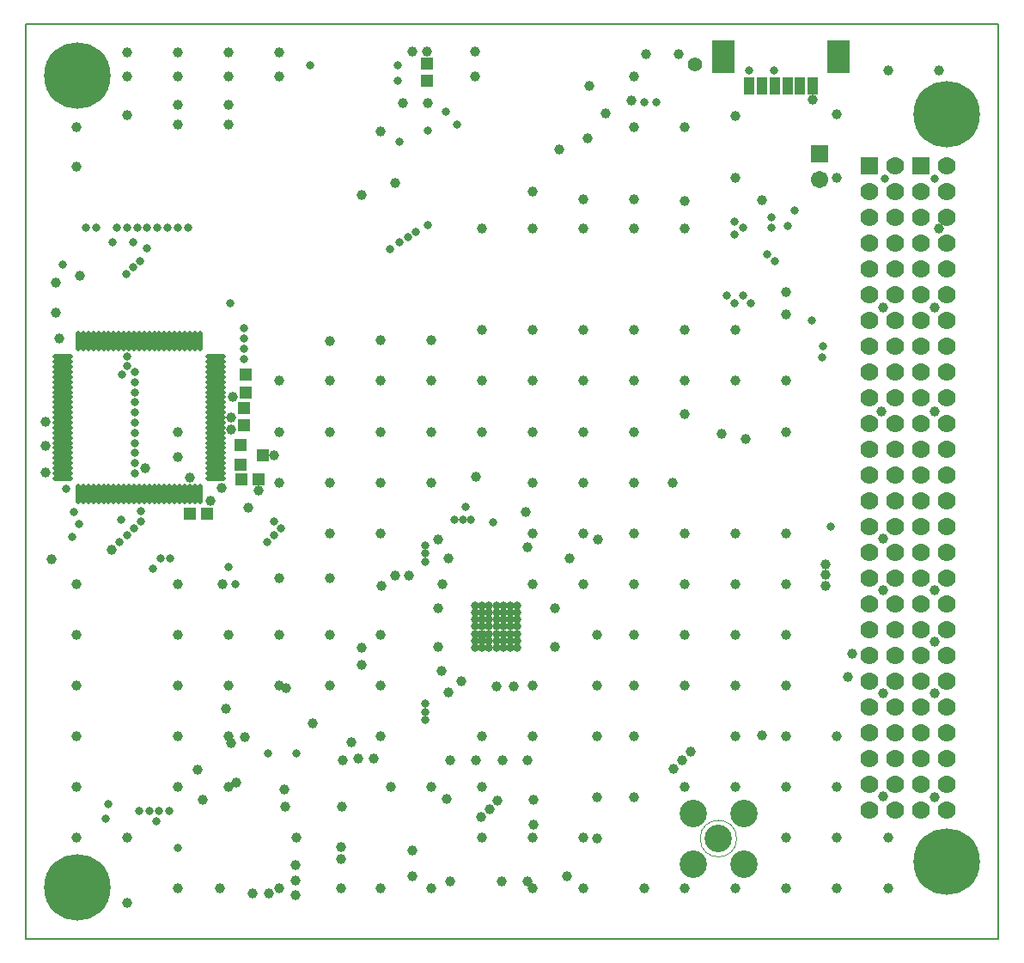
<source format=gbs>
%FSAX24Y24*%
%MOIN*%
G70*
G01*
G75*
G04 Layer_Color=16711935*
%ADD10C,0.0394*%
%ADD11C,0.0276*%
%ADD12R,0.0630X0.0709*%
%ADD13R,0.0433X0.0394*%
%ADD14R,0.0394X0.0433*%
%ADD15R,0.0591X0.1457*%
%ADD16R,0.0866X0.0236*%
%ADD17R,0.0866X0.0236*%
%ADD18R,0.0807X0.0532*%
%ADD19R,0.0532X0.0807*%
%ADD20R,0.0709X0.0630*%
%ADD21R,0.1014X0.0748*%
%ADD22R,0.0453X0.0236*%
%ADD23R,0.0650X0.0118*%
%ADD24R,0.0630X0.0118*%
%ADD25R,0.0591X0.0335*%
%ADD26R,0.0335X0.0591*%
%ADD27C,0.1969*%
%ADD28R,0.0315X0.0118*%
%ADD29C,0.0315*%
%ADD30C,0.0197*%
%ADD31C,0.0236*%
%ADD32C,0.0472*%
%ADD33C,0.0118*%
%ADD34C,0.0157*%
%ADD35C,0.0591*%
%ADD36R,0.1378X0.0565*%
%ADD37R,0.0945X0.1024*%
%ADD38R,0.0823X0.0266*%
%ADD39R,0.0866X0.0108*%
%ADD40R,0.0591X0.0630*%
%ADD41R,0.2520X0.2480*%
%ADD42C,0.0010*%
%ADD43C,0.0080*%
%ADD44R,0.0591X0.0591*%
%ADD45C,0.0591*%
%ADD46C,0.0984*%
%ADD47C,0.0620*%
%ADD48R,0.0620X0.0620*%
%ADD49C,0.2500*%
%ADD50C,0.0236*%
%ADD51C,0.0472*%
%ADD52C,0.0315*%
%ADD53R,0.0315X0.0630*%
%ADD54R,0.0827X0.1181*%
%ADD55O,0.0118X0.0709*%
%ADD56O,0.0709X0.0118*%
%ADD57R,0.0394X0.0374*%
%ADD58R,0.3307X0.3307*%
%ADD59C,0.0098*%
%ADD60C,0.0079*%
%ADD61C,0.0080*%
%ADD62C,0.0100*%
%ADD63R,0.0710X0.0789*%
%ADD64R,0.0513X0.0474*%
%ADD65R,0.0474X0.0513*%
%ADD66R,0.0671X0.1537*%
%ADD67R,0.0946X0.0316*%
%ADD68R,0.0946X0.0316*%
%ADD69R,0.0887X0.0612*%
%ADD70R,0.0612X0.0887*%
%ADD71R,0.0789X0.0710*%
%ADD72R,0.1094X0.0828*%
%ADD73R,0.0533X0.0316*%
%ADD74R,0.0730X0.0198*%
%ADD75R,0.0710X0.0198*%
%ADD76R,0.0671X0.0415*%
%ADD77R,0.0415X0.0671*%
%ADD78C,0.2049*%
%ADD79R,0.0395X0.0198*%
%ADD80R,0.0671X0.0671*%
%ADD81C,0.0671*%
%ADD82C,0.1064*%
%ADD83C,0.0700*%
%ADD84R,0.0700X0.0700*%
%ADD85C,0.2580*%
%ADD86C,0.0316*%
%ADD87C,0.0552*%
%ADD88C,0.0395*%
%ADD89R,0.0395X0.0710*%
%ADD90R,0.0907X0.1261*%
%ADD91O,0.0198X0.0789*%
%ADD92O,0.0789X0.0198*%
%ADD93R,0.0474X0.0454*%
D42*
X067598Y063898D02*
G03*
X067598Y063898I-000709J000000D01*
G01*
X067303D02*
G03*
X067303Y063898I-000413J000000D01*
G01*
X066968D02*
G03*
X066968Y063898I-000079J000000D01*
G01*
D43*
X040000Y060000D02*
X077752D01*
X040000Y095500D02*
X077752D01*
Y060000D02*
Y095500D01*
X040000Y060000D02*
Y095500D01*
D64*
X048386Y077835D02*
D03*
X049055D02*
D03*
X047047Y076496D02*
D03*
X046378D02*
D03*
D65*
X055591Y093976D02*
D03*
Y093307D02*
D03*
X048543Y081890D02*
D03*
Y081220D02*
D03*
X048465Y079921D02*
D03*
Y080591D02*
D03*
D80*
X070827Y090472D02*
D03*
D81*
Y089472D02*
D03*
D82*
X065906Y064882D02*
D03*
X067874D02*
D03*
Y062913D02*
D03*
X065906D02*
D03*
X066890Y063898D02*
D03*
D83*
X075756Y071000D02*
D03*
X074756D02*
D03*
X075756Y072000D02*
D03*
X074756D02*
D03*
X075756Y078000D02*
D03*
X074756D02*
D03*
X075756Y068000D02*
D03*
X074756D02*
D03*
X075756Y069000D02*
D03*
X074756D02*
D03*
X075756Y070000D02*
D03*
X074756D02*
D03*
X075756Y073000D02*
D03*
X074756D02*
D03*
X075756Y074000D02*
D03*
X074756D02*
D03*
X075756Y075000D02*
D03*
X074756D02*
D03*
X075756Y076000D02*
D03*
X074756D02*
D03*
X075756Y077000D02*
D03*
X074756D02*
D03*
Y083000D02*
D03*
Y082000D02*
D03*
Y081000D02*
D03*
Y080000D02*
D03*
Y079000D02*
D03*
X075756Y084000D02*
D03*
Y083000D02*
D03*
Y082000D02*
D03*
Y081000D02*
D03*
Y080000D02*
D03*
Y079000D02*
D03*
Y089000D02*
D03*
X074756D02*
D03*
Y085000D02*
D03*
X075756Y087000D02*
D03*
X074756Y084000D02*
D03*
Y086000D02*
D03*
X075756Y085000D02*
D03*
Y086000D02*
D03*
X074756Y088000D02*
D03*
Y087000D02*
D03*
Y067000D02*
D03*
X075756Y088000D02*
D03*
Y067000D02*
D03*
X074756Y066000D02*
D03*
Y065000D02*
D03*
X075756Y066000D02*
D03*
Y065000D02*
D03*
Y090000D02*
D03*
X072756Y087000D02*
D03*
Y088000D02*
D03*
X073756Y065000D02*
D03*
X072756D02*
D03*
X073756Y066000D02*
D03*
X072756D02*
D03*
X073756Y067000D02*
D03*
X072756D02*
D03*
Y069000D02*
D03*
Y070000D02*
D03*
X073756Y075000D02*
D03*
X072756Y079000D02*
D03*
Y080000D02*
D03*
Y081000D02*
D03*
Y082000D02*
D03*
Y083000D02*
D03*
Y084000D02*
D03*
Y078000D02*
D03*
X073756Y084000D02*
D03*
Y083000D02*
D03*
Y082000D02*
D03*
Y081000D02*
D03*
Y080000D02*
D03*
Y079000D02*
D03*
Y078000D02*
D03*
Y089000D02*
D03*
X072756D02*
D03*
Y085000D02*
D03*
X073756Y087000D02*
D03*
X072756Y086000D02*
D03*
X073756Y085000D02*
D03*
Y086000D02*
D03*
Y088000D02*
D03*
X072756Y077000D02*
D03*
Y076000D02*
D03*
Y075000D02*
D03*
Y074000D02*
D03*
Y073000D02*
D03*
Y072000D02*
D03*
Y071000D02*
D03*
Y068000D02*
D03*
X073756Y077000D02*
D03*
Y076000D02*
D03*
Y074000D02*
D03*
Y073000D02*
D03*
Y072000D02*
D03*
Y071000D02*
D03*
Y070000D02*
D03*
Y069000D02*
D03*
Y068000D02*
D03*
Y090000D02*
D03*
D84*
X074756D02*
D03*
X072756D02*
D03*
D85*
X042008Y062008D02*
D03*
X075748Y092008D02*
D03*
Y062992D02*
D03*
X042008Y093504D02*
D03*
D86*
X075276Y089488D02*
D03*
X073346D02*
D03*
X056654Y076260D02*
D03*
X056968D02*
D03*
X057283D02*
D03*
X055512Y074646D02*
D03*
Y074961D02*
D03*
Y075276D02*
D03*
Y068504D02*
D03*
Y068819D02*
D03*
X068071Y093701D02*
D03*
X069055D02*
D03*
X070512Y084016D02*
D03*
X070945Y082992D02*
D03*
X069094Y086299D02*
D03*
X068780Y086575D02*
D03*
X067520Y087835D02*
D03*
X069843Y088268D02*
D03*
X067520Y087323D02*
D03*
X067835Y087598D02*
D03*
X068937D02*
D03*
Y087992D02*
D03*
X069567Y087677D02*
D03*
X068150Y084685D02*
D03*
X067835Y084961D02*
D03*
X067520Y084685D02*
D03*
X067205Y084961D02*
D03*
X054449Y093307D02*
D03*
X064488Y092480D02*
D03*
X064016D02*
D03*
X071260Y075988D02*
D03*
X056732Y091594D02*
D03*
X043110Y064685D02*
D03*
X043203Y065222D02*
D03*
X049638Y075669D02*
D03*
X049370Y075394D02*
D03*
X049921Y075945D02*
D03*
X049646Y076220D02*
D03*
X056299Y092087D02*
D03*
X044213Y075945D02*
D03*
X044488Y076220D02*
D03*
X043661Y075394D02*
D03*
X043937Y075669D02*
D03*
X043701Y076260D02*
D03*
X055630Y091378D02*
D03*
X054528Y090945D02*
D03*
X048465Y083701D02*
D03*
X041890Y076575D02*
D03*
X041811Y075591D02*
D03*
X042087Y076102D02*
D03*
X041575Y077480D02*
D03*
X044252Y078071D02*
D03*
Y078465D02*
D03*
Y078858D02*
D03*
Y079252D02*
D03*
Y079646D02*
D03*
Y080039D02*
D03*
Y080433D02*
D03*
Y080827D02*
D03*
Y081220D02*
D03*
Y081614D02*
D03*
Y082008D02*
D03*
X045512Y087598D02*
D03*
X045906D02*
D03*
X046299D02*
D03*
X044331D02*
D03*
X044724D02*
D03*
X045118D02*
D03*
X043543D02*
D03*
X042756D02*
D03*
X042362D02*
D03*
X044173Y086063D02*
D03*
X044449Y086299D02*
D03*
X044724Y086811D02*
D03*
X055157Y087441D02*
D03*
X054843Y087244D02*
D03*
X043898Y085787D02*
D03*
X043386Y087047D02*
D03*
X044173D02*
D03*
X055630Y087717D02*
D03*
X054528Y087047D02*
D03*
X045197Y064961D02*
D03*
X045591D02*
D03*
X044409D02*
D03*
X044803D02*
D03*
X045079Y064567D02*
D03*
X054134Y086772D02*
D03*
X054449Y093898D02*
D03*
X051063D02*
D03*
X044488Y076614D02*
D03*
X045906Y063543D02*
D03*
X047953Y084675D02*
D03*
X048465Y083307D02*
D03*
Y082913D02*
D03*
X041457Y086181D02*
D03*
X048465Y082520D02*
D03*
X043740Y081890D02*
D03*
X055512Y069134D02*
D03*
X049409Y067205D02*
D03*
X050512D02*
D03*
X058268Y072126D02*
D03*
Y071299D02*
D03*
X058543D02*
D03*
X058819D02*
D03*
X059094D02*
D03*
X057992D02*
D03*
X057717D02*
D03*
X057441D02*
D03*
X058268Y071575D02*
D03*
X058543D02*
D03*
X058819D02*
D03*
X059094D02*
D03*
X057992D02*
D03*
X057717D02*
D03*
X057441D02*
D03*
X058268Y071850D02*
D03*
X058543D02*
D03*
X058819D02*
D03*
X059094D02*
D03*
X057992D02*
D03*
X057717D02*
D03*
X057441D02*
D03*
X058268Y072677D02*
D03*
X058543D02*
D03*
X058819D02*
D03*
X059094D02*
D03*
X057992D02*
D03*
X057717D02*
D03*
X057441D02*
D03*
X058268Y072402D02*
D03*
X058543D02*
D03*
X058819D02*
D03*
X059094D02*
D03*
X057992D02*
D03*
X057717D02*
D03*
X057441D02*
D03*
Y072126D02*
D03*
X057717D02*
D03*
X057992D02*
D03*
X059094D02*
D03*
X058819D02*
D03*
X058543D02*
D03*
X057441Y072953D02*
D03*
X057717D02*
D03*
X057992D02*
D03*
X059094D02*
D03*
X058819D02*
D03*
X058543D02*
D03*
X058268D02*
D03*
X070906Y082559D02*
D03*
X043937Y082598D02*
D03*
X043937Y082244D02*
D03*
X048150Y073780D02*
D03*
X047874Y074449D02*
D03*
X058150Y076181D02*
D03*
X057087Y076772D02*
D03*
X045630Y074764D02*
D03*
X045236D02*
D03*
X044961Y074370D02*
D03*
X043937Y087598D02*
D03*
D87*
X065984Y093937D02*
D03*
D88*
X046890Y065394D02*
D03*
X050069Y065148D02*
D03*
X050039Y065787D02*
D03*
X052274Y065148D02*
D03*
X052313Y066939D02*
D03*
X052638Y067638D02*
D03*
X052913Y067008D02*
D03*
X053504D02*
D03*
X050472Y062874D02*
D03*
X050472Y062283D02*
D03*
X049449Y061772D02*
D03*
X048819D02*
D03*
X052244Y063583D02*
D03*
Y063110D02*
D03*
X055000Y063437D02*
D03*
Y062437D02*
D03*
X056496Y062244D02*
D03*
X058465D02*
D03*
X061014Y062437D02*
D03*
X059488Y062244D02*
D03*
X048189Y066063D02*
D03*
X046693Y066575D02*
D03*
X047795Y068937D02*
D03*
X048504Y067835D02*
D03*
X062165Y063898D02*
D03*
X055591Y094449D02*
D03*
X055000D02*
D03*
X061890Y093110D02*
D03*
X063524Y092539D02*
D03*
X061811Y091065D02*
D03*
X054331Y089331D02*
D03*
X070551Y092559D02*
D03*
X040787Y080079D02*
D03*
X048032Y081024D02*
D03*
X047992Y080236D02*
D03*
X044646Y078268D02*
D03*
X046378Y077913D02*
D03*
X061102Y074764D02*
D03*
X059488Y075197D02*
D03*
X056417Y074764D02*
D03*
X056024Y075512D02*
D03*
X059409Y076575D02*
D03*
X062205Y075512D02*
D03*
X053819Y073701D02*
D03*
X054331Y074094D02*
D03*
X054882D02*
D03*
X058268Y069803D02*
D03*
X058937D02*
D03*
X056024Y071339D02*
D03*
X060551D02*
D03*
Y072835D02*
D03*
X056024D02*
D03*
X053032Y070630D02*
D03*
Y071299D02*
D03*
X056929Y070000D02*
D03*
X056417Y069567D02*
D03*
X056496Y066929D02*
D03*
X057480D02*
D03*
X058504D02*
D03*
X059488D02*
D03*
X059724Y065394D02*
D03*
X056339Y065433D02*
D03*
X059724Y064449D02*
D03*
X050118Y069724D02*
D03*
X051142Y068386D02*
D03*
X058307Y065354D02*
D03*
X057999Y065046D02*
D03*
X057677Y064724D02*
D03*
X065827Y067283D02*
D03*
X065481Y066937D02*
D03*
X065146Y066603D02*
D03*
X068581Y067911D02*
D03*
X050472Y061693D02*
D03*
X071063Y073701D02*
D03*
Y074134D02*
D03*
X071063Y074528D02*
D03*
X067008Y079606D02*
D03*
X067953Y079409D02*
D03*
X047992Y079764D02*
D03*
X049646Y078780D02*
D03*
X049055Y077402D02*
D03*
X047165Y077008D02*
D03*
X041299Y083307D02*
D03*
X047992Y067598D02*
D03*
X043937Y093465D02*
D03*
X045906D02*
D03*
X047874D02*
D03*
X049843D02*
D03*
X054646Y092441D02*
D03*
X057441Y094449D02*
D03*
Y093465D02*
D03*
X063622Y093465D02*
D03*
X065354Y094331D02*
D03*
X064094D02*
D03*
X073465Y093701D02*
D03*
X075433D02*
D03*
X041968Y091496D02*
D03*
X043937Y091968D02*
D03*
X047874Y091614D02*
D03*
X053780Y091339D02*
D03*
X055630Y092441D02*
D03*
X062520Y092047D02*
D03*
X060709Y090630D02*
D03*
X063622Y091496D02*
D03*
X065591D02*
D03*
X067559Y091929D02*
D03*
X071496Y092008D02*
D03*
X041968Y089961D02*
D03*
X053032Y088858D02*
D03*
X059685Y089016D02*
D03*
X061654Y088701D02*
D03*
X063622D02*
D03*
X065591Y088622D02*
D03*
X067559Y089528D02*
D03*
X068583Y088661D02*
D03*
X071496Y089528D02*
D03*
X057717Y087559D02*
D03*
X059685D02*
D03*
X061654D02*
D03*
X063622D02*
D03*
X065591D02*
D03*
X075433D02*
D03*
X042126Y085748D02*
D03*
X069528Y085118D02*
D03*
X041181Y084291D02*
D03*
X051811Y083189D02*
D03*
X053780Y083228D02*
D03*
X057717Y083622D02*
D03*
X059685D02*
D03*
X061654D02*
D03*
X063622D02*
D03*
X065591D02*
D03*
X067559D02*
D03*
X069528Y084252D02*
D03*
X073268Y084488D02*
D03*
X075276D02*
D03*
X049843Y081654D02*
D03*
X051811D02*
D03*
X053780D02*
D03*
X055748D02*
D03*
X057717D02*
D03*
X059685D02*
D03*
X061654D02*
D03*
X063622D02*
D03*
X065591D02*
D03*
X067559D02*
D03*
X069528D02*
D03*
X073228Y080472D02*
D03*
X075276D02*
D03*
X040787Y079134D02*
D03*
X045906Y079685D02*
D03*
X049843D02*
D03*
X051811D02*
D03*
X053780D02*
D03*
X055748D02*
D03*
X057717D02*
D03*
X059685D02*
D03*
X061654D02*
D03*
X063622D02*
D03*
X065591Y080354D02*
D03*
X069528Y079685D02*
D03*
X040787Y078110D02*
D03*
X045906Y078701D02*
D03*
X047598Y077520D02*
D03*
X049843Y077717D02*
D03*
X051811D02*
D03*
X053780D02*
D03*
X055748D02*
D03*
X057480Y077953D02*
D03*
X059685Y077717D02*
D03*
X061654D02*
D03*
X063622D02*
D03*
X065118Y077717D02*
D03*
X041024Y074724D02*
D03*
X043346Y075118D02*
D03*
X048661Y076732D02*
D03*
X051811Y075748D02*
D03*
X053780D02*
D03*
X059685D02*
D03*
X061654D02*
D03*
X063622D02*
D03*
X065591D02*
D03*
X067559D02*
D03*
X069528D02*
D03*
X073268Y075551D02*
D03*
X041968Y073780D02*
D03*
X045906D02*
D03*
X047638Y073780D02*
D03*
X049843Y074016D02*
D03*
X051811D02*
D03*
X056181Y073780D02*
D03*
X059685Y073780D02*
D03*
X061654D02*
D03*
X063622D02*
D03*
X065591D02*
D03*
X067559D02*
D03*
X069528D02*
D03*
X073268Y073543D02*
D03*
X075276D02*
D03*
X041968Y071811D02*
D03*
X045906D02*
D03*
X047874D02*
D03*
X049843D02*
D03*
X051811D02*
D03*
X053780D02*
D03*
X056142Y070394D02*
D03*
X057717Y071811D02*
D03*
X063622D02*
D03*
X065591D02*
D03*
X067559D02*
D03*
X069528D02*
D03*
X075276Y071535D02*
D03*
X041968Y069843D02*
D03*
X045906D02*
D03*
X047874D02*
D03*
X049843D02*
D03*
X051811D02*
D03*
X053780D02*
D03*
X059685D02*
D03*
X062165D02*
D03*
X063622D02*
D03*
X065591D02*
D03*
X067559D02*
D03*
X069528D02*
D03*
X071929Y070157D02*
D03*
X073268Y069528D02*
D03*
X075276D02*
D03*
X041968Y067874D02*
D03*
X045906D02*
D03*
X047874D02*
D03*
X053780D02*
D03*
X057717D02*
D03*
X059685D02*
D03*
X062165D02*
D03*
X063622D02*
D03*
X067559D02*
D03*
X069528D02*
D03*
X071496D02*
D03*
X041968Y065906D02*
D03*
X045906D02*
D03*
X047874D02*
D03*
X054173D02*
D03*
X055748D02*
D03*
X057717D02*
D03*
X062165Y065512D02*
D03*
X063622D02*
D03*
X065591Y065906D02*
D03*
X067559D02*
D03*
X069528D02*
D03*
X071496D02*
D03*
X075276Y065512D02*
D03*
X041968Y063937D02*
D03*
X043937D02*
D03*
X050512D02*
D03*
X057717D02*
D03*
X059685D02*
D03*
X061654D02*
D03*
X069528D02*
D03*
X071496D02*
D03*
X073465D02*
D03*
X043937Y061417D02*
D03*
X045906Y061968D02*
D03*
X047559D02*
D03*
X049843D02*
D03*
X052244D02*
D03*
X053780D02*
D03*
X055748D02*
D03*
X059685D02*
D03*
X061654D02*
D03*
X064016D02*
D03*
X065591D02*
D03*
X067559D02*
D03*
X069528D02*
D03*
X071496D02*
D03*
X073465D02*
D03*
X045906Y091614D02*
D03*
X049843Y094409D02*
D03*
X047874D02*
D03*
X045906D02*
D03*
X043937D02*
D03*
X045906Y092362D02*
D03*
X047874D02*
D03*
X041181Y085472D02*
D03*
X062165Y071811D02*
D03*
X073268Y065551D02*
D03*
X072087Y071063D02*
D03*
X055748Y083228D02*
D03*
D89*
X070551Y093110D02*
D03*
X068091D02*
D03*
X068583D02*
D03*
X069075D02*
D03*
X069567D02*
D03*
X070059D02*
D03*
D90*
X067087Y094252D02*
D03*
X071555D02*
D03*
D91*
X046772Y083209D02*
D03*
X046575D02*
D03*
X046378D02*
D03*
X046181D02*
D03*
X045984D02*
D03*
X045787D02*
D03*
X045591D02*
D03*
X045394D02*
D03*
X045197D02*
D03*
X045000D02*
D03*
X044803D02*
D03*
X044606D02*
D03*
X044409D02*
D03*
X044213D02*
D03*
X044016D02*
D03*
X043819D02*
D03*
X043622D02*
D03*
X043425D02*
D03*
X043228D02*
D03*
X043031D02*
D03*
X042835D02*
D03*
X042638D02*
D03*
X042441D02*
D03*
X042244D02*
D03*
X042047D02*
D03*
X044409Y077264D02*
D03*
X044606D02*
D03*
X046378D02*
D03*
X046575D02*
D03*
X046772D02*
D03*
X046181D02*
D03*
X042638D02*
D03*
X042441D02*
D03*
X042244D02*
D03*
X042047D02*
D03*
X045000D02*
D03*
X044803D02*
D03*
X045787D02*
D03*
X045591D02*
D03*
X045394D02*
D03*
X045197D02*
D03*
X044213D02*
D03*
X045984D02*
D03*
X044016D02*
D03*
X043819D02*
D03*
X043622D02*
D03*
X043425D02*
D03*
X043228D02*
D03*
X043031D02*
D03*
X042835D02*
D03*
D92*
X041437Y082598D02*
D03*
Y082402D02*
D03*
Y082205D02*
D03*
Y082008D02*
D03*
Y081811D02*
D03*
Y081614D02*
D03*
Y081417D02*
D03*
Y081220D02*
D03*
Y081024D02*
D03*
Y080827D02*
D03*
Y080630D02*
D03*
Y080433D02*
D03*
Y080236D02*
D03*
Y080039D02*
D03*
Y079843D02*
D03*
Y079252D02*
D03*
Y079055D02*
D03*
X047382Y077874D02*
D03*
Y078071D02*
D03*
Y078268D02*
D03*
Y078465D02*
D03*
Y078661D02*
D03*
Y078858D02*
D03*
Y079055D02*
D03*
Y079252D02*
D03*
Y079449D02*
D03*
Y079646D02*
D03*
Y079843D02*
D03*
Y080039D02*
D03*
Y080236D02*
D03*
Y080433D02*
D03*
Y080630D02*
D03*
Y080827D02*
D03*
Y081024D02*
D03*
Y081220D02*
D03*
Y081417D02*
D03*
Y081614D02*
D03*
Y081811D02*
D03*
Y082008D02*
D03*
Y082205D02*
D03*
Y082402D02*
D03*
Y082598D02*
D03*
X041437Y077874D02*
D03*
Y078071D02*
D03*
Y078268D02*
D03*
Y078465D02*
D03*
Y079449D02*
D03*
Y079646D02*
D03*
Y078661D02*
D03*
Y078858D02*
D03*
D93*
X049222Y078780D02*
D03*
X048337Y079154D02*
D03*
Y078405D02*
D03*
M02*

</source>
